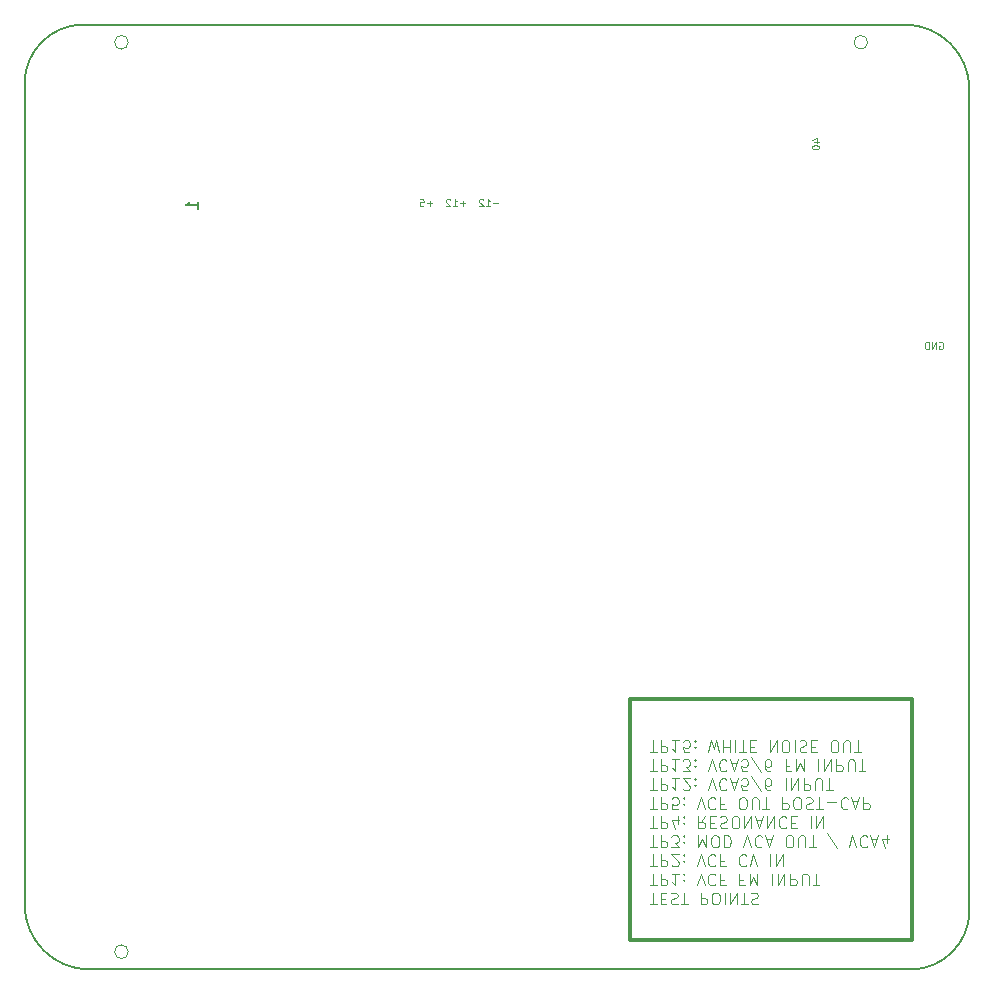
<source format=gbr>
G04 #@! TF.GenerationSoftware,KiCad,Pcbnew,(6.0.7-1)-1*
G04 #@! TF.CreationDate,2023-01-10T16:24:58-08:00*
G04 #@! TF.ProjectId,as3372,61733333-3732-42e6-9b69-6361645f7063,0.1*
G04 #@! TF.SameCoordinates,PX3d83120PY6590fa0*
G04 #@! TF.FileFunction,Legend,Bot*
G04 #@! TF.FilePolarity,Positive*
%FSLAX46Y46*%
G04 Gerber Fmt 4.6, Leading zero omitted, Abs format (unit mm)*
G04 Created by KiCad (PCBNEW (6.0.7-1)-1) date 2023-01-10 16:24:58*
%MOMM*%
%LPD*%
G01*
G04 APERTURE LIST*
%ADD10C,0.300000*%
G04 #@! TA.AperFunction,Profile*
%ADD11C,0.150000*%
G04 #@! TD*
G04 #@! TA.AperFunction,Profile*
%ADD12C,0.050000*%
G04 #@! TD*
%ADD13C,0.090000*%
%ADD14C,0.150000*%
G04 APERTURE END LIST*
D10*
X53800000Y23900000D02*
X77600000Y23900000D01*
X77600000Y23900000D02*
X77600000Y3500000D01*
X77600000Y3500000D02*
X53800000Y3500000D01*
X53800000Y3500000D02*
X53800000Y23900000D01*
D11*
X82500000Y75500000D02*
G75*
G03*
X77000000Y81000000I-5500000J0D01*
G01*
X7500000Y81000000D02*
G75*
G03*
X2500000Y76000000I0J-5000000D01*
G01*
X7500000Y81000000D02*
X77000000Y81000000D01*
X77500000Y1000000D02*
G75*
G03*
X82500000Y6000000I0J5000000D01*
G01*
X2500000Y6500000D02*
G75*
G03*
X8000000Y1000000I5500000J0D01*
G01*
X77500000Y1000000D02*
X8000000Y1000000D01*
X2500000Y76000000D02*
X2500000Y6500000D01*
X82500000Y6000000D02*
X82500000Y75500000D01*
D12*
X73876000Y79500000D02*
G75*
G03*
X73876000Y79500000I-576000J0D01*
G01*
X11276000Y2500000D02*
G75*
G03*
X11276000Y2500000I-576000J0D01*
G01*
X11276000Y79500000D02*
G75*
G03*
X11276000Y79500000I-576000J0D01*
G01*
D13*
X42614285Y65857143D02*
X42157142Y65857143D01*
X41557142Y65628572D02*
X41900000Y65628572D01*
X41728571Y65628572D02*
X41728571Y66228572D01*
X41785714Y66142858D01*
X41842857Y66085715D01*
X41900000Y66057143D01*
X41328571Y66171429D02*
X41300000Y66200000D01*
X41242857Y66228572D01*
X41100000Y66228572D01*
X41042857Y66200000D01*
X41014285Y66171429D01*
X40985714Y66114286D01*
X40985714Y66057143D01*
X41014285Y65971429D01*
X41357142Y65628572D01*
X40985714Y65628572D01*
X39814285Y65857143D02*
X39357142Y65857143D01*
X39585714Y65628572D02*
X39585714Y66085715D01*
X38757142Y65628572D02*
X39100000Y65628572D01*
X38928571Y65628572D02*
X38928571Y66228572D01*
X38985714Y66142858D01*
X39042857Y66085715D01*
X39100000Y66057143D01*
X38528571Y66171429D02*
X38500000Y66200000D01*
X38442857Y66228572D01*
X38300000Y66228572D01*
X38242857Y66200000D01*
X38214285Y66171429D01*
X38185714Y66114286D01*
X38185714Y66057143D01*
X38214285Y65971429D01*
X38557142Y65628572D01*
X38185714Y65628572D01*
X37014285Y65857143D02*
X36557142Y65857143D01*
X36785714Y65628572D02*
X36785714Y66085715D01*
X35985714Y66228572D02*
X36271428Y66228572D01*
X36300000Y65942858D01*
X36271428Y65971429D01*
X36214285Y66000000D01*
X36071428Y66000000D01*
X36014285Y65971429D01*
X35985714Y65942858D01*
X35957142Y65885715D01*
X35957142Y65742858D01*
X35985714Y65685715D01*
X36014285Y65657143D01*
X36071428Y65628572D01*
X36214285Y65628572D01*
X36271428Y65657143D01*
X36300000Y65685715D01*
X79957142Y54100000D02*
X80014285Y54128572D01*
X80100000Y54128572D01*
X80185714Y54100000D01*
X80242857Y54042858D01*
X80271428Y53985715D01*
X80300000Y53871429D01*
X80300000Y53785715D01*
X80271428Y53671429D01*
X80242857Y53614286D01*
X80185714Y53557143D01*
X80100000Y53528572D01*
X80042857Y53528572D01*
X79957142Y53557143D01*
X79928571Y53585715D01*
X79928571Y53785715D01*
X80042857Y53785715D01*
X79671428Y53528572D02*
X79671428Y54128572D01*
X79328571Y53528572D01*
X79328571Y54128572D01*
X79042857Y53528572D02*
X79042857Y54128572D01*
X78900000Y54128572D01*
X78814285Y54100000D01*
X78757142Y54042858D01*
X78728571Y53985715D01*
X78700000Y53871429D01*
X78700000Y53785715D01*
X78728571Y53671429D01*
X78757142Y53614286D01*
X78814285Y53557143D01*
X78900000Y53528572D01*
X79042857Y53528572D01*
X69371428Y71071429D02*
X69771428Y71071429D01*
X69142857Y71214286D02*
X69571428Y71357143D01*
X69571428Y70985715D01*
X69171428Y70642858D02*
X69171428Y70585715D01*
X69200000Y70528572D01*
X69228571Y70500000D01*
X69285714Y70471429D01*
X69400000Y70442858D01*
X69542857Y70442858D01*
X69657142Y70471429D01*
X69714285Y70500000D01*
X69742857Y70528572D01*
X69771428Y70585715D01*
X69771428Y70642858D01*
X69742857Y70700000D01*
X69714285Y70728572D01*
X69657142Y70757143D01*
X69542857Y70785715D01*
X69400000Y70785715D01*
X69285714Y70757143D01*
X69228571Y70728572D01*
X69200000Y70700000D01*
X69171428Y70642858D01*
D14*
X17152380Y65414286D02*
X17152380Y65985715D01*
X17152380Y65700000D02*
X16152380Y65700000D01*
X16295238Y65795239D01*
X16390476Y65890477D01*
X16438095Y65985715D01*
D13*
X55453738Y6512381D02*
X56025166Y6512381D01*
X55739452Y7512381D02*
X55739452Y6512381D01*
X56358500Y6988572D02*
X56691833Y6988572D01*
X56834690Y7512381D02*
X56358500Y7512381D01*
X56358500Y6512381D01*
X56834690Y6512381D01*
X57215642Y7464762D02*
X57358500Y7512381D01*
X57596595Y7512381D01*
X57691833Y7464762D01*
X57739452Y7417143D01*
X57787071Y7321905D01*
X57787071Y7226667D01*
X57739452Y7131429D01*
X57691833Y7083810D01*
X57596595Y7036191D01*
X57406119Y6988572D01*
X57310880Y6940953D01*
X57263261Y6893334D01*
X57215642Y6798096D01*
X57215642Y6702858D01*
X57263261Y6607620D01*
X57310880Y6560000D01*
X57406119Y6512381D01*
X57644214Y6512381D01*
X57787071Y6560000D01*
X58072785Y6512381D02*
X58644214Y6512381D01*
X58358500Y7512381D02*
X58358500Y6512381D01*
X59739452Y7512381D02*
X59739452Y6512381D01*
X60120404Y6512381D01*
X60215642Y6560000D01*
X60263261Y6607620D01*
X60310880Y6702858D01*
X60310880Y6845715D01*
X60263261Y6940953D01*
X60215642Y6988572D01*
X60120404Y7036191D01*
X59739452Y7036191D01*
X60929928Y6512381D02*
X61120404Y6512381D01*
X61215642Y6560000D01*
X61310880Y6655239D01*
X61358500Y6845715D01*
X61358500Y7179048D01*
X61310880Y7369524D01*
X61215642Y7464762D01*
X61120404Y7512381D01*
X60929928Y7512381D01*
X60834690Y7464762D01*
X60739452Y7369524D01*
X60691833Y7179048D01*
X60691833Y6845715D01*
X60739452Y6655239D01*
X60834690Y6560000D01*
X60929928Y6512381D01*
X61787071Y7512381D02*
X61787071Y6512381D01*
X62263261Y7512381D02*
X62263261Y6512381D01*
X62834690Y7512381D01*
X62834690Y6512381D01*
X63168023Y6512381D02*
X63739452Y6512381D01*
X63453738Y7512381D02*
X63453738Y6512381D01*
X64025166Y7464762D02*
X64168023Y7512381D01*
X64406119Y7512381D01*
X64501357Y7464762D01*
X64548976Y7417143D01*
X64596595Y7321905D01*
X64596595Y7226667D01*
X64548976Y7131429D01*
X64501357Y7083810D01*
X64406119Y7036191D01*
X64215642Y6988572D01*
X64120404Y6940953D01*
X64072785Y6893334D01*
X64025166Y6798096D01*
X64025166Y6702858D01*
X64072785Y6607620D01*
X64120404Y6560000D01*
X64215642Y6512381D01*
X64453738Y6512381D01*
X64596595Y6560000D01*
X55453738Y8122381D02*
X56025166Y8122381D01*
X55739452Y9122381D02*
X55739452Y8122381D01*
X56358500Y9122381D02*
X56358500Y8122381D01*
X56739452Y8122381D01*
X56834690Y8170000D01*
X56882309Y8217620D01*
X56929928Y8312858D01*
X56929928Y8455715D01*
X56882309Y8550953D01*
X56834690Y8598572D01*
X56739452Y8646191D01*
X56358500Y8646191D01*
X57882309Y9122381D02*
X57310880Y9122381D01*
X57596595Y9122381D02*
X57596595Y8122381D01*
X57501357Y8265239D01*
X57406119Y8360477D01*
X57310880Y8408096D01*
X58310880Y9027143D02*
X58358500Y9074762D01*
X58310880Y9122381D01*
X58263261Y9074762D01*
X58310880Y9027143D01*
X58310880Y9122381D01*
X58310880Y8503334D02*
X58358500Y8550953D01*
X58310880Y8598572D01*
X58263261Y8550953D01*
X58310880Y8503334D01*
X58310880Y8598572D01*
X59406119Y8122381D02*
X59739452Y9122381D01*
X60072785Y8122381D01*
X60977547Y9027143D02*
X60929928Y9074762D01*
X60787071Y9122381D01*
X60691833Y9122381D01*
X60548976Y9074762D01*
X60453738Y8979524D01*
X60406119Y8884286D01*
X60358500Y8693810D01*
X60358500Y8550953D01*
X60406119Y8360477D01*
X60453738Y8265239D01*
X60548976Y8170000D01*
X60691833Y8122381D01*
X60787071Y8122381D01*
X60929928Y8170000D01*
X60977547Y8217620D01*
X61739452Y8598572D02*
X61406119Y8598572D01*
X61406119Y9122381D02*
X61406119Y8122381D01*
X61882309Y8122381D01*
X63358500Y8598572D02*
X63025166Y8598572D01*
X63025166Y9122381D02*
X63025166Y8122381D01*
X63501357Y8122381D01*
X63882309Y9122381D02*
X63882309Y8122381D01*
X64215642Y8836667D01*
X64548976Y8122381D01*
X64548976Y9122381D01*
X65787071Y9122381D02*
X65787071Y8122381D01*
X66263261Y9122381D02*
X66263261Y8122381D01*
X66834690Y9122381D01*
X66834690Y8122381D01*
X67310880Y9122381D02*
X67310880Y8122381D01*
X67691833Y8122381D01*
X67787071Y8170000D01*
X67834690Y8217620D01*
X67882309Y8312858D01*
X67882309Y8455715D01*
X67834690Y8550953D01*
X67787071Y8598572D01*
X67691833Y8646191D01*
X67310880Y8646191D01*
X68310880Y8122381D02*
X68310880Y8931905D01*
X68358500Y9027143D01*
X68406119Y9074762D01*
X68501357Y9122381D01*
X68691833Y9122381D01*
X68787071Y9074762D01*
X68834690Y9027143D01*
X68882309Y8931905D01*
X68882309Y8122381D01*
X69215642Y8122381D02*
X69787071Y8122381D01*
X69501357Y9122381D02*
X69501357Y8122381D01*
X55453738Y9732381D02*
X56025166Y9732381D01*
X55739452Y10732381D02*
X55739452Y9732381D01*
X56358500Y10732381D02*
X56358500Y9732381D01*
X56739452Y9732381D01*
X56834690Y9780000D01*
X56882309Y9827620D01*
X56929928Y9922858D01*
X56929928Y10065715D01*
X56882309Y10160953D01*
X56834690Y10208572D01*
X56739452Y10256191D01*
X56358500Y10256191D01*
X57310880Y9827620D02*
X57358500Y9780000D01*
X57453738Y9732381D01*
X57691833Y9732381D01*
X57787071Y9780000D01*
X57834690Y9827620D01*
X57882309Y9922858D01*
X57882309Y10018096D01*
X57834690Y10160953D01*
X57263261Y10732381D01*
X57882309Y10732381D01*
X58310880Y10637143D02*
X58358500Y10684762D01*
X58310880Y10732381D01*
X58263261Y10684762D01*
X58310880Y10637143D01*
X58310880Y10732381D01*
X58310880Y10113334D02*
X58358500Y10160953D01*
X58310880Y10208572D01*
X58263261Y10160953D01*
X58310880Y10113334D01*
X58310880Y10208572D01*
X59406119Y9732381D02*
X59739452Y10732381D01*
X60072785Y9732381D01*
X60977547Y10637143D02*
X60929928Y10684762D01*
X60787071Y10732381D01*
X60691833Y10732381D01*
X60548976Y10684762D01*
X60453738Y10589524D01*
X60406119Y10494286D01*
X60358500Y10303810D01*
X60358500Y10160953D01*
X60406119Y9970477D01*
X60453738Y9875239D01*
X60548976Y9780000D01*
X60691833Y9732381D01*
X60787071Y9732381D01*
X60929928Y9780000D01*
X60977547Y9827620D01*
X61739452Y10208572D02*
X61406119Y10208572D01*
X61406119Y10732381D02*
X61406119Y9732381D01*
X61882309Y9732381D01*
X63596595Y10637143D02*
X63548976Y10684762D01*
X63406119Y10732381D01*
X63310880Y10732381D01*
X63168023Y10684762D01*
X63072785Y10589524D01*
X63025166Y10494286D01*
X62977547Y10303810D01*
X62977547Y10160953D01*
X63025166Y9970477D01*
X63072785Y9875239D01*
X63168023Y9780000D01*
X63310880Y9732381D01*
X63406119Y9732381D01*
X63548976Y9780000D01*
X63596595Y9827620D01*
X63882309Y9732381D02*
X64215642Y10732381D01*
X64548976Y9732381D01*
X65644214Y10732381D02*
X65644214Y9732381D01*
X66120404Y10732381D02*
X66120404Y9732381D01*
X66691833Y10732381D01*
X66691833Y9732381D01*
X55453738Y11342381D02*
X56025166Y11342381D01*
X55739452Y12342381D02*
X55739452Y11342381D01*
X56358500Y12342381D02*
X56358500Y11342381D01*
X56739452Y11342381D01*
X56834690Y11390000D01*
X56882309Y11437620D01*
X56929928Y11532858D01*
X56929928Y11675715D01*
X56882309Y11770953D01*
X56834690Y11818572D01*
X56739452Y11866191D01*
X56358500Y11866191D01*
X57263261Y11342381D02*
X57882309Y11342381D01*
X57548976Y11723334D01*
X57691833Y11723334D01*
X57787071Y11770953D01*
X57834690Y11818572D01*
X57882309Y11913810D01*
X57882309Y12151905D01*
X57834690Y12247143D01*
X57787071Y12294762D01*
X57691833Y12342381D01*
X57406119Y12342381D01*
X57310880Y12294762D01*
X57263261Y12247143D01*
X58310880Y12247143D02*
X58358500Y12294762D01*
X58310880Y12342381D01*
X58263261Y12294762D01*
X58310880Y12247143D01*
X58310880Y12342381D01*
X58310880Y11723334D02*
X58358500Y11770953D01*
X58310880Y11818572D01*
X58263261Y11770953D01*
X58310880Y11723334D01*
X58310880Y11818572D01*
X59548976Y12342381D02*
X59548976Y11342381D01*
X59882309Y12056667D01*
X60215642Y11342381D01*
X60215642Y12342381D01*
X60882309Y11342381D02*
X61072785Y11342381D01*
X61168023Y11390000D01*
X61263261Y11485239D01*
X61310880Y11675715D01*
X61310880Y12009048D01*
X61263261Y12199524D01*
X61168023Y12294762D01*
X61072785Y12342381D01*
X60882309Y12342381D01*
X60787071Y12294762D01*
X60691833Y12199524D01*
X60644214Y12009048D01*
X60644214Y11675715D01*
X60691833Y11485239D01*
X60787071Y11390000D01*
X60882309Y11342381D01*
X61739452Y12342381D02*
X61739452Y11342381D01*
X61977547Y11342381D01*
X62120404Y11390000D01*
X62215642Y11485239D01*
X62263261Y11580477D01*
X62310880Y11770953D01*
X62310880Y11913810D01*
X62263261Y12104286D01*
X62215642Y12199524D01*
X62120404Y12294762D01*
X61977547Y12342381D01*
X61739452Y12342381D01*
X63358500Y11342381D02*
X63691833Y12342381D01*
X64025166Y11342381D01*
X64929928Y12247143D02*
X64882309Y12294762D01*
X64739452Y12342381D01*
X64644214Y12342381D01*
X64501357Y12294762D01*
X64406119Y12199524D01*
X64358500Y12104286D01*
X64310880Y11913810D01*
X64310880Y11770953D01*
X64358500Y11580477D01*
X64406119Y11485239D01*
X64501357Y11390000D01*
X64644214Y11342381D01*
X64739452Y11342381D01*
X64882309Y11390000D01*
X64929928Y11437620D01*
X65310880Y12056667D02*
X65787071Y12056667D01*
X65215642Y12342381D02*
X65548976Y11342381D01*
X65882309Y12342381D01*
X67168023Y11342381D02*
X67358500Y11342381D01*
X67453738Y11390000D01*
X67548976Y11485239D01*
X67596595Y11675715D01*
X67596595Y12009048D01*
X67548976Y12199524D01*
X67453738Y12294762D01*
X67358500Y12342381D01*
X67168023Y12342381D01*
X67072785Y12294762D01*
X66977547Y12199524D01*
X66929928Y12009048D01*
X66929928Y11675715D01*
X66977547Y11485239D01*
X67072785Y11390000D01*
X67168023Y11342381D01*
X68025166Y11342381D02*
X68025166Y12151905D01*
X68072785Y12247143D01*
X68120404Y12294762D01*
X68215642Y12342381D01*
X68406119Y12342381D01*
X68501357Y12294762D01*
X68548976Y12247143D01*
X68596595Y12151905D01*
X68596595Y11342381D01*
X68929928Y11342381D02*
X69501357Y11342381D01*
X69215642Y12342381D02*
X69215642Y11342381D01*
X71310880Y11294762D02*
X70453738Y12580477D01*
X72263261Y11342381D02*
X72596595Y12342381D01*
X72929928Y11342381D01*
X73834690Y12247143D02*
X73787071Y12294762D01*
X73644214Y12342381D01*
X73548976Y12342381D01*
X73406119Y12294762D01*
X73310880Y12199524D01*
X73263261Y12104286D01*
X73215642Y11913810D01*
X73215642Y11770953D01*
X73263261Y11580477D01*
X73310880Y11485239D01*
X73406119Y11390000D01*
X73548976Y11342381D01*
X73644214Y11342381D01*
X73787071Y11390000D01*
X73834690Y11437620D01*
X74215642Y12056667D02*
X74691833Y12056667D01*
X74120404Y12342381D02*
X74453738Y11342381D01*
X74787071Y12342381D01*
X75548976Y11675715D02*
X75548976Y12342381D01*
X75310880Y11294762D02*
X75072785Y12009048D01*
X75691833Y12009048D01*
X55453738Y12952381D02*
X56025166Y12952381D01*
X55739452Y13952381D02*
X55739452Y12952381D01*
X56358500Y13952381D02*
X56358500Y12952381D01*
X56739452Y12952381D01*
X56834690Y13000000D01*
X56882309Y13047620D01*
X56929928Y13142858D01*
X56929928Y13285715D01*
X56882309Y13380953D01*
X56834690Y13428572D01*
X56739452Y13476191D01*
X56358500Y13476191D01*
X57787071Y13285715D02*
X57787071Y13952381D01*
X57548976Y12904762D02*
X57310880Y13619048D01*
X57929928Y13619048D01*
X58310880Y13857143D02*
X58358500Y13904762D01*
X58310880Y13952381D01*
X58263261Y13904762D01*
X58310880Y13857143D01*
X58310880Y13952381D01*
X58310880Y13333334D02*
X58358500Y13380953D01*
X58310880Y13428572D01*
X58263261Y13380953D01*
X58310880Y13333334D01*
X58310880Y13428572D01*
X60120404Y13952381D02*
X59787071Y13476191D01*
X59548976Y13952381D02*
X59548976Y12952381D01*
X59929928Y12952381D01*
X60025166Y13000000D01*
X60072785Y13047620D01*
X60120404Y13142858D01*
X60120404Y13285715D01*
X60072785Y13380953D01*
X60025166Y13428572D01*
X59929928Y13476191D01*
X59548976Y13476191D01*
X60548976Y13428572D02*
X60882309Y13428572D01*
X61025166Y13952381D02*
X60548976Y13952381D01*
X60548976Y12952381D01*
X61025166Y12952381D01*
X61406119Y13904762D02*
X61548976Y13952381D01*
X61787071Y13952381D01*
X61882309Y13904762D01*
X61929928Y13857143D01*
X61977547Y13761905D01*
X61977547Y13666667D01*
X61929928Y13571429D01*
X61882309Y13523810D01*
X61787071Y13476191D01*
X61596595Y13428572D01*
X61501357Y13380953D01*
X61453738Y13333334D01*
X61406119Y13238096D01*
X61406119Y13142858D01*
X61453738Y13047620D01*
X61501357Y13000000D01*
X61596595Y12952381D01*
X61834690Y12952381D01*
X61977547Y13000000D01*
X62596595Y12952381D02*
X62787071Y12952381D01*
X62882309Y13000000D01*
X62977547Y13095239D01*
X63025166Y13285715D01*
X63025166Y13619048D01*
X62977547Y13809524D01*
X62882309Y13904762D01*
X62787071Y13952381D01*
X62596595Y13952381D01*
X62501357Y13904762D01*
X62406119Y13809524D01*
X62358500Y13619048D01*
X62358500Y13285715D01*
X62406119Y13095239D01*
X62501357Y13000000D01*
X62596595Y12952381D01*
X63453738Y13952381D02*
X63453738Y12952381D01*
X64025166Y13952381D01*
X64025166Y12952381D01*
X64453738Y13666667D02*
X64929928Y13666667D01*
X64358500Y13952381D02*
X64691833Y12952381D01*
X65025166Y13952381D01*
X65358500Y13952381D02*
X65358500Y12952381D01*
X65929928Y13952381D01*
X65929928Y12952381D01*
X66977547Y13857143D02*
X66929928Y13904762D01*
X66787071Y13952381D01*
X66691833Y13952381D01*
X66548976Y13904762D01*
X66453738Y13809524D01*
X66406119Y13714286D01*
X66358500Y13523810D01*
X66358500Y13380953D01*
X66406119Y13190477D01*
X66453738Y13095239D01*
X66548976Y13000000D01*
X66691833Y12952381D01*
X66787071Y12952381D01*
X66929928Y13000000D01*
X66977547Y13047620D01*
X67406119Y13428572D02*
X67739452Y13428572D01*
X67882309Y13952381D02*
X67406119Y13952381D01*
X67406119Y12952381D01*
X67882309Y12952381D01*
X69072785Y13952381D02*
X69072785Y12952381D01*
X69548976Y13952381D02*
X69548976Y12952381D01*
X70120404Y13952381D01*
X70120404Y12952381D01*
X55453738Y14562381D02*
X56025166Y14562381D01*
X55739452Y15562381D02*
X55739452Y14562381D01*
X56358500Y15562381D02*
X56358500Y14562381D01*
X56739452Y14562381D01*
X56834690Y14610000D01*
X56882309Y14657620D01*
X56929928Y14752858D01*
X56929928Y14895715D01*
X56882309Y14990953D01*
X56834690Y15038572D01*
X56739452Y15086191D01*
X56358500Y15086191D01*
X57834690Y14562381D02*
X57358500Y14562381D01*
X57310880Y15038572D01*
X57358500Y14990953D01*
X57453738Y14943334D01*
X57691833Y14943334D01*
X57787071Y14990953D01*
X57834690Y15038572D01*
X57882309Y15133810D01*
X57882309Y15371905D01*
X57834690Y15467143D01*
X57787071Y15514762D01*
X57691833Y15562381D01*
X57453738Y15562381D01*
X57358500Y15514762D01*
X57310880Y15467143D01*
X58310880Y15467143D02*
X58358500Y15514762D01*
X58310880Y15562381D01*
X58263261Y15514762D01*
X58310880Y15467143D01*
X58310880Y15562381D01*
X58310880Y14943334D02*
X58358500Y14990953D01*
X58310880Y15038572D01*
X58263261Y14990953D01*
X58310880Y14943334D01*
X58310880Y15038572D01*
X59406119Y14562381D02*
X59739452Y15562381D01*
X60072785Y14562381D01*
X60977547Y15467143D02*
X60929928Y15514762D01*
X60787071Y15562381D01*
X60691833Y15562381D01*
X60548976Y15514762D01*
X60453738Y15419524D01*
X60406119Y15324286D01*
X60358500Y15133810D01*
X60358500Y14990953D01*
X60406119Y14800477D01*
X60453738Y14705239D01*
X60548976Y14610000D01*
X60691833Y14562381D01*
X60787071Y14562381D01*
X60929928Y14610000D01*
X60977547Y14657620D01*
X61739452Y15038572D02*
X61406119Y15038572D01*
X61406119Y15562381D02*
X61406119Y14562381D01*
X61882309Y14562381D01*
X63215642Y14562381D02*
X63406119Y14562381D01*
X63501357Y14610000D01*
X63596595Y14705239D01*
X63644214Y14895715D01*
X63644214Y15229048D01*
X63596595Y15419524D01*
X63501357Y15514762D01*
X63406119Y15562381D01*
X63215642Y15562381D01*
X63120404Y15514762D01*
X63025166Y15419524D01*
X62977547Y15229048D01*
X62977547Y14895715D01*
X63025166Y14705239D01*
X63120404Y14610000D01*
X63215642Y14562381D01*
X64072785Y14562381D02*
X64072785Y15371905D01*
X64120404Y15467143D01*
X64168023Y15514762D01*
X64263261Y15562381D01*
X64453738Y15562381D01*
X64548976Y15514762D01*
X64596595Y15467143D01*
X64644214Y15371905D01*
X64644214Y14562381D01*
X64977547Y14562381D02*
X65548976Y14562381D01*
X65263261Y15562381D02*
X65263261Y14562381D01*
X66644214Y15562381D02*
X66644214Y14562381D01*
X67025166Y14562381D01*
X67120404Y14610000D01*
X67168023Y14657620D01*
X67215642Y14752858D01*
X67215642Y14895715D01*
X67168023Y14990953D01*
X67120404Y15038572D01*
X67025166Y15086191D01*
X66644214Y15086191D01*
X67834690Y14562381D02*
X68025166Y14562381D01*
X68120404Y14610000D01*
X68215642Y14705239D01*
X68263261Y14895715D01*
X68263261Y15229048D01*
X68215642Y15419524D01*
X68120404Y15514762D01*
X68025166Y15562381D01*
X67834690Y15562381D01*
X67739452Y15514762D01*
X67644214Y15419524D01*
X67596595Y15229048D01*
X67596595Y14895715D01*
X67644214Y14705239D01*
X67739452Y14610000D01*
X67834690Y14562381D01*
X68644214Y15514762D02*
X68787071Y15562381D01*
X69025166Y15562381D01*
X69120404Y15514762D01*
X69168023Y15467143D01*
X69215642Y15371905D01*
X69215642Y15276667D01*
X69168023Y15181429D01*
X69120404Y15133810D01*
X69025166Y15086191D01*
X68834690Y15038572D01*
X68739452Y14990953D01*
X68691833Y14943334D01*
X68644214Y14848096D01*
X68644214Y14752858D01*
X68691833Y14657620D01*
X68739452Y14610000D01*
X68834690Y14562381D01*
X69072785Y14562381D01*
X69215642Y14610000D01*
X69501357Y14562381D02*
X70072785Y14562381D01*
X69787071Y15562381D02*
X69787071Y14562381D01*
X70406119Y15181429D02*
X71168023Y15181429D01*
X72215642Y15467143D02*
X72168023Y15514762D01*
X72025166Y15562381D01*
X71929928Y15562381D01*
X71787071Y15514762D01*
X71691833Y15419524D01*
X71644214Y15324286D01*
X71596595Y15133810D01*
X71596595Y14990953D01*
X71644214Y14800477D01*
X71691833Y14705239D01*
X71787071Y14610000D01*
X71929928Y14562381D01*
X72025166Y14562381D01*
X72168023Y14610000D01*
X72215642Y14657620D01*
X72596595Y15276667D02*
X73072785Y15276667D01*
X72501357Y15562381D02*
X72834690Y14562381D01*
X73168023Y15562381D01*
X73501357Y15562381D02*
X73501357Y14562381D01*
X73882309Y14562381D01*
X73977547Y14610000D01*
X74025166Y14657620D01*
X74072785Y14752858D01*
X74072785Y14895715D01*
X74025166Y14990953D01*
X73977547Y15038572D01*
X73882309Y15086191D01*
X73501357Y15086191D01*
X55453738Y16172381D02*
X56025166Y16172381D01*
X55739452Y17172381D02*
X55739452Y16172381D01*
X56358500Y17172381D02*
X56358500Y16172381D01*
X56739452Y16172381D01*
X56834690Y16220000D01*
X56882309Y16267620D01*
X56929928Y16362858D01*
X56929928Y16505715D01*
X56882309Y16600953D01*
X56834690Y16648572D01*
X56739452Y16696191D01*
X56358500Y16696191D01*
X57882309Y17172381D02*
X57310880Y17172381D01*
X57596595Y17172381D02*
X57596595Y16172381D01*
X57501357Y16315239D01*
X57406119Y16410477D01*
X57310880Y16458096D01*
X58263261Y16267620D02*
X58310880Y16220000D01*
X58406119Y16172381D01*
X58644214Y16172381D01*
X58739452Y16220000D01*
X58787071Y16267620D01*
X58834690Y16362858D01*
X58834690Y16458096D01*
X58787071Y16600953D01*
X58215642Y17172381D01*
X58834690Y17172381D01*
X59263261Y17077143D02*
X59310880Y17124762D01*
X59263261Y17172381D01*
X59215642Y17124762D01*
X59263261Y17077143D01*
X59263261Y17172381D01*
X59263261Y16553334D02*
X59310880Y16600953D01*
X59263261Y16648572D01*
X59215642Y16600953D01*
X59263261Y16553334D01*
X59263261Y16648572D01*
X60358499Y16172381D02*
X60691833Y17172381D01*
X61025166Y16172381D01*
X61929928Y17077143D02*
X61882309Y17124762D01*
X61739452Y17172381D01*
X61644214Y17172381D01*
X61501357Y17124762D01*
X61406119Y17029524D01*
X61358499Y16934286D01*
X61310880Y16743810D01*
X61310880Y16600953D01*
X61358499Y16410477D01*
X61406119Y16315239D01*
X61501357Y16220000D01*
X61644214Y16172381D01*
X61739452Y16172381D01*
X61882309Y16220000D01*
X61929928Y16267620D01*
X62310880Y16886667D02*
X62787071Y16886667D01*
X62215642Y17172381D02*
X62548976Y16172381D01*
X62882309Y17172381D01*
X63691833Y16172381D02*
X63215642Y16172381D01*
X63168023Y16648572D01*
X63215642Y16600953D01*
X63310880Y16553334D01*
X63548976Y16553334D01*
X63644214Y16600953D01*
X63691833Y16648572D01*
X63739452Y16743810D01*
X63739452Y16981905D01*
X63691833Y17077143D01*
X63644214Y17124762D01*
X63548976Y17172381D01*
X63310880Y17172381D01*
X63215642Y17124762D01*
X63168023Y17077143D01*
X64882309Y16124762D02*
X64025166Y17410477D01*
X65644214Y16172381D02*
X65453738Y16172381D01*
X65358499Y16220000D01*
X65310880Y16267620D01*
X65215642Y16410477D01*
X65168023Y16600953D01*
X65168023Y16981905D01*
X65215642Y17077143D01*
X65263261Y17124762D01*
X65358499Y17172381D01*
X65548976Y17172381D01*
X65644214Y17124762D01*
X65691833Y17077143D01*
X65739452Y16981905D01*
X65739452Y16743810D01*
X65691833Y16648572D01*
X65644214Y16600953D01*
X65548976Y16553334D01*
X65358499Y16553334D01*
X65263261Y16600953D01*
X65215642Y16648572D01*
X65168023Y16743810D01*
X66929928Y17172381D02*
X66929928Y16172381D01*
X67406119Y17172381D02*
X67406119Y16172381D01*
X67977547Y17172381D01*
X67977547Y16172381D01*
X68453738Y17172381D02*
X68453738Y16172381D01*
X68834690Y16172381D01*
X68929928Y16220000D01*
X68977547Y16267620D01*
X69025166Y16362858D01*
X69025166Y16505715D01*
X68977547Y16600953D01*
X68929928Y16648572D01*
X68834690Y16696191D01*
X68453738Y16696191D01*
X69453738Y16172381D02*
X69453738Y16981905D01*
X69501357Y17077143D01*
X69548976Y17124762D01*
X69644214Y17172381D01*
X69834690Y17172381D01*
X69929928Y17124762D01*
X69977547Y17077143D01*
X70025166Y16981905D01*
X70025166Y16172381D01*
X70358500Y16172381D02*
X70929928Y16172381D01*
X70644214Y17172381D02*
X70644214Y16172381D01*
X55453738Y17782381D02*
X56025166Y17782381D01*
X55739452Y18782381D02*
X55739452Y17782381D01*
X56358500Y18782381D02*
X56358500Y17782381D01*
X56739452Y17782381D01*
X56834690Y17830000D01*
X56882309Y17877620D01*
X56929928Y17972858D01*
X56929928Y18115715D01*
X56882309Y18210953D01*
X56834690Y18258572D01*
X56739452Y18306191D01*
X56358500Y18306191D01*
X57882309Y18782381D02*
X57310880Y18782381D01*
X57596595Y18782381D02*
X57596595Y17782381D01*
X57501357Y17925239D01*
X57406119Y18020477D01*
X57310880Y18068096D01*
X58215642Y17782381D02*
X58834690Y17782381D01*
X58501357Y18163334D01*
X58644214Y18163334D01*
X58739452Y18210953D01*
X58787071Y18258572D01*
X58834690Y18353810D01*
X58834690Y18591905D01*
X58787071Y18687143D01*
X58739452Y18734762D01*
X58644214Y18782381D01*
X58358500Y18782381D01*
X58263261Y18734762D01*
X58215642Y18687143D01*
X59263261Y18687143D02*
X59310880Y18734762D01*
X59263261Y18782381D01*
X59215642Y18734762D01*
X59263261Y18687143D01*
X59263261Y18782381D01*
X59263261Y18163334D02*
X59310880Y18210953D01*
X59263261Y18258572D01*
X59215642Y18210953D01*
X59263261Y18163334D01*
X59263261Y18258572D01*
X60358500Y17782381D02*
X60691833Y18782381D01*
X61025166Y17782381D01*
X61929928Y18687143D02*
X61882309Y18734762D01*
X61739452Y18782381D01*
X61644214Y18782381D01*
X61501357Y18734762D01*
X61406119Y18639524D01*
X61358500Y18544286D01*
X61310880Y18353810D01*
X61310880Y18210953D01*
X61358500Y18020477D01*
X61406119Y17925239D01*
X61501357Y17830000D01*
X61644214Y17782381D01*
X61739452Y17782381D01*
X61882309Y17830000D01*
X61929928Y17877620D01*
X62310880Y18496667D02*
X62787071Y18496667D01*
X62215642Y18782381D02*
X62548976Y17782381D01*
X62882309Y18782381D01*
X63691833Y17782381D02*
X63215642Y17782381D01*
X63168023Y18258572D01*
X63215642Y18210953D01*
X63310880Y18163334D01*
X63548976Y18163334D01*
X63644214Y18210953D01*
X63691833Y18258572D01*
X63739452Y18353810D01*
X63739452Y18591905D01*
X63691833Y18687143D01*
X63644214Y18734762D01*
X63548976Y18782381D01*
X63310880Y18782381D01*
X63215642Y18734762D01*
X63168023Y18687143D01*
X64882309Y17734762D02*
X64025166Y19020477D01*
X65644214Y17782381D02*
X65453738Y17782381D01*
X65358500Y17830000D01*
X65310880Y17877620D01*
X65215642Y18020477D01*
X65168023Y18210953D01*
X65168023Y18591905D01*
X65215642Y18687143D01*
X65263261Y18734762D01*
X65358500Y18782381D01*
X65548976Y18782381D01*
X65644214Y18734762D01*
X65691833Y18687143D01*
X65739452Y18591905D01*
X65739452Y18353810D01*
X65691833Y18258572D01*
X65644214Y18210953D01*
X65548976Y18163334D01*
X65358500Y18163334D01*
X65263261Y18210953D01*
X65215642Y18258572D01*
X65168023Y18353810D01*
X67263261Y18258572D02*
X66929928Y18258572D01*
X66929928Y18782381D02*
X66929928Y17782381D01*
X67406119Y17782381D01*
X67787071Y18782381D02*
X67787071Y17782381D01*
X68120404Y18496667D01*
X68453738Y17782381D01*
X68453738Y18782381D01*
X69691833Y18782381D02*
X69691833Y17782381D01*
X70168023Y18782381D02*
X70168023Y17782381D01*
X70739452Y18782381D01*
X70739452Y17782381D01*
X71215642Y18782381D02*
X71215642Y17782381D01*
X71596595Y17782381D01*
X71691833Y17830000D01*
X71739452Y17877620D01*
X71787071Y17972858D01*
X71787071Y18115715D01*
X71739452Y18210953D01*
X71691833Y18258572D01*
X71596595Y18306191D01*
X71215642Y18306191D01*
X72215642Y17782381D02*
X72215642Y18591905D01*
X72263261Y18687143D01*
X72310880Y18734762D01*
X72406119Y18782381D01*
X72596595Y18782381D01*
X72691833Y18734762D01*
X72739452Y18687143D01*
X72787071Y18591905D01*
X72787071Y17782381D01*
X73120404Y17782381D02*
X73691833Y17782381D01*
X73406119Y18782381D02*
X73406119Y17782381D01*
X55453738Y19392381D02*
X56025166Y19392381D01*
X55739452Y20392381D02*
X55739452Y19392381D01*
X56358500Y20392381D02*
X56358500Y19392381D01*
X56739452Y19392381D01*
X56834690Y19440000D01*
X56882309Y19487620D01*
X56929928Y19582858D01*
X56929928Y19725715D01*
X56882309Y19820953D01*
X56834690Y19868572D01*
X56739452Y19916191D01*
X56358500Y19916191D01*
X57882309Y20392381D02*
X57310880Y20392381D01*
X57596595Y20392381D02*
X57596595Y19392381D01*
X57501357Y19535239D01*
X57406119Y19630477D01*
X57310880Y19678096D01*
X58787071Y19392381D02*
X58310880Y19392381D01*
X58263261Y19868572D01*
X58310880Y19820953D01*
X58406119Y19773334D01*
X58644214Y19773334D01*
X58739452Y19820953D01*
X58787071Y19868572D01*
X58834690Y19963810D01*
X58834690Y20201905D01*
X58787071Y20297143D01*
X58739452Y20344762D01*
X58644214Y20392381D01*
X58406119Y20392381D01*
X58310880Y20344762D01*
X58263261Y20297143D01*
X59263261Y20297143D02*
X59310880Y20344762D01*
X59263261Y20392381D01*
X59215642Y20344762D01*
X59263261Y20297143D01*
X59263261Y20392381D01*
X59263261Y19773334D02*
X59310880Y19820953D01*
X59263261Y19868572D01*
X59215642Y19820953D01*
X59263261Y19773334D01*
X59263261Y19868572D01*
X60406119Y19392381D02*
X60644214Y20392381D01*
X60834690Y19678096D01*
X61025166Y20392381D01*
X61263261Y19392381D01*
X61644214Y20392381D02*
X61644214Y19392381D01*
X61644214Y19868572D02*
X62215642Y19868572D01*
X62215642Y20392381D02*
X62215642Y19392381D01*
X62691833Y20392381D02*
X62691833Y19392381D01*
X63025166Y19392381D02*
X63596595Y19392381D01*
X63310880Y20392381D02*
X63310880Y19392381D01*
X63929928Y19868572D02*
X64263261Y19868572D01*
X64406119Y20392381D02*
X63929928Y20392381D01*
X63929928Y19392381D01*
X64406119Y19392381D01*
X65596595Y20392381D02*
X65596595Y19392381D01*
X66168023Y20392381D01*
X66168023Y19392381D01*
X66834690Y19392381D02*
X67025166Y19392381D01*
X67120404Y19440000D01*
X67215642Y19535239D01*
X67263261Y19725715D01*
X67263261Y20059048D01*
X67215642Y20249524D01*
X67120404Y20344762D01*
X67025166Y20392381D01*
X66834690Y20392381D01*
X66739452Y20344762D01*
X66644214Y20249524D01*
X66596595Y20059048D01*
X66596595Y19725715D01*
X66644214Y19535239D01*
X66739452Y19440000D01*
X66834690Y19392381D01*
X67691833Y20392381D02*
X67691833Y19392381D01*
X68120404Y20344762D02*
X68263261Y20392381D01*
X68501357Y20392381D01*
X68596595Y20344762D01*
X68644214Y20297143D01*
X68691833Y20201905D01*
X68691833Y20106667D01*
X68644214Y20011429D01*
X68596595Y19963810D01*
X68501357Y19916191D01*
X68310880Y19868572D01*
X68215642Y19820953D01*
X68168023Y19773334D01*
X68120404Y19678096D01*
X68120404Y19582858D01*
X68168023Y19487620D01*
X68215642Y19440000D01*
X68310880Y19392381D01*
X68548976Y19392381D01*
X68691833Y19440000D01*
X69120404Y19868572D02*
X69453738Y19868572D01*
X69596595Y20392381D02*
X69120404Y20392381D01*
X69120404Y19392381D01*
X69596595Y19392381D01*
X70977547Y19392381D02*
X71168023Y19392381D01*
X71263261Y19440000D01*
X71358500Y19535239D01*
X71406119Y19725715D01*
X71406119Y20059048D01*
X71358500Y20249524D01*
X71263261Y20344762D01*
X71168023Y20392381D01*
X70977547Y20392381D01*
X70882309Y20344762D01*
X70787071Y20249524D01*
X70739452Y20059048D01*
X70739452Y19725715D01*
X70787071Y19535239D01*
X70882309Y19440000D01*
X70977547Y19392381D01*
X71834690Y19392381D02*
X71834690Y20201905D01*
X71882309Y20297143D01*
X71929928Y20344762D01*
X72025166Y20392381D01*
X72215642Y20392381D01*
X72310880Y20344762D01*
X72358500Y20297143D01*
X72406119Y20201905D01*
X72406119Y19392381D01*
X72739452Y19392381D02*
X73310880Y19392381D01*
X73025166Y20392381D02*
X73025166Y19392381D01*
M02*

</source>
